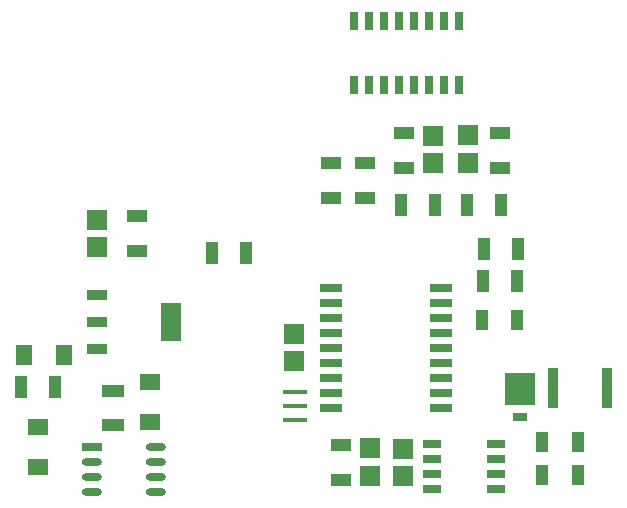
<source format=gtp>
G04*
G04 #@! TF.GenerationSoftware,Altium Limited,Altium Designer,19.1.6 (110)*
G04*
G04 Layer_Color=8421504*
%FSLAX44Y44*%
%MOMM*%
G71*
G01*
G75*
%ADD15R,1.8500X0.6500*%
%ADD16R,1.0300X1.8700*%
%ADD17R,1.4000X1.8000*%
%ADD18R,1.7500X1.7000*%
%ADD19R,1.8000X1.0500*%
%ADD20R,1.8000X1.4000*%
%ADD21R,1.7000X0.6500*%
%ADD22O,1.7000X0.6500*%
%ADD23R,1.7500X0.9500*%
%ADD24R,1.7500X3.2000*%
%ADD25R,1.2700X0.7620*%
%ADD26R,2.5400X2.6700*%
%ADD27R,1.0500X1.8000*%
%ADD28R,0.8500X3.4300*%
%ADD29R,0.6500X1.5250*%
%ADD30R,1.8700X1.0300*%
%ADD31R,2.0000X0.4000*%
%ADD32R,1.5250X0.6500*%
D15*
X277250Y341800D02*
D03*
Y329100D02*
D03*
Y316400D02*
D03*
Y303700D02*
D03*
Y291000D02*
D03*
Y278300D02*
D03*
Y265600D02*
D03*
Y252900D02*
D03*
Y240200D02*
D03*
X370750D02*
D03*
Y252900D02*
D03*
Y265600D02*
D03*
Y278300D02*
D03*
Y291000D02*
D03*
Y303700D02*
D03*
Y316400D02*
D03*
Y329100D02*
D03*
Y341800D02*
D03*
D16*
X176800Y371000D02*
D03*
X205200D02*
D03*
X392600Y412000D02*
D03*
X421000D02*
D03*
X336600D02*
D03*
X365000D02*
D03*
X406800Y375000D02*
D03*
X435200D02*
D03*
X406170Y347726D02*
D03*
X434570D02*
D03*
X14800Y258000D02*
D03*
X43200D02*
D03*
D17*
X51000Y285000D02*
D03*
X17000D02*
D03*
D18*
X393000Y471000D02*
D03*
Y448000D02*
D03*
X364000Y470500D02*
D03*
Y447500D02*
D03*
X79000Y376500D02*
D03*
Y399500D02*
D03*
X246000Y280000D02*
D03*
Y303000D02*
D03*
X338000Y205500D02*
D03*
Y182500D02*
D03*
X310000Y183000D02*
D03*
Y206000D02*
D03*
D19*
X420000Y473000D02*
D03*
Y443000D02*
D03*
X306000Y448000D02*
D03*
Y418000D02*
D03*
X339000Y473000D02*
D03*
Y443000D02*
D03*
X113000Y403000D02*
D03*
Y373000D02*
D03*
X286000Y209000D02*
D03*
Y179000D02*
D03*
X277000Y418000D02*
D03*
Y448000D02*
D03*
D20*
X29000Y224000D02*
D03*
Y190000D02*
D03*
X124000Y262000D02*
D03*
Y228000D02*
D03*
D21*
X75000Y207100D02*
D03*
D22*
Y194400D02*
D03*
Y181700D02*
D03*
Y169000D02*
D03*
X129000Y207100D02*
D03*
Y194400D02*
D03*
Y181700D02*
D03*
Y169000D02*
D03*
D23*
X79000Y336000D02*
D03*
Y313000D02*
D03*
Y290000D02*
D03*
D24*
X142000Y313000D02*
D03*
D25*
X437000Y232490D02*
D03*
D26*
Y256000D02*
D03*
D27*
X435000Y315000D02*
D03*
X405000D02*
D03*
X456000Y211000D02*
D03*
X486000D02*
D03*
X456170Y183134D02*
D03*
X486170D02*
D03*
D28*
X465000Y257297D02*
D03*
X511000D02*
D03*
D29*
X296550Y568120D02*
D03*
X309250D02*
D03*
X321950D02*
D03*
X334650D02*
D03*
X347350D02*
D03*
X360050D02*
D03*
X372750D02*
D03*
X385450D02*
D03*
Y513880D02*
D03*
X372750D02*
D03*
X360050D02*
D03*
X347350D02*
D03*
X334650D02*
D03*
X321950D02*
D03*
X309250D02*
D03*
X296550D02*
D03*
D30*
X93000Y254200D02*
D03*
Y225800D02*
D03*
D31*
X247000Y230000D02*
D03*
Y242000D02*
D03*
Y254000D02*
D03*
D32*
X362880Y210050D02*
D03*
Y197350D02*
D03*
Y184650D02*
D03*
Y171950D02*
D03*
X417120D02*
D03*
Y184650D02*
D03*
Y197350D02*
D03*
Y210050D02*
D03*
M02*

</source>
